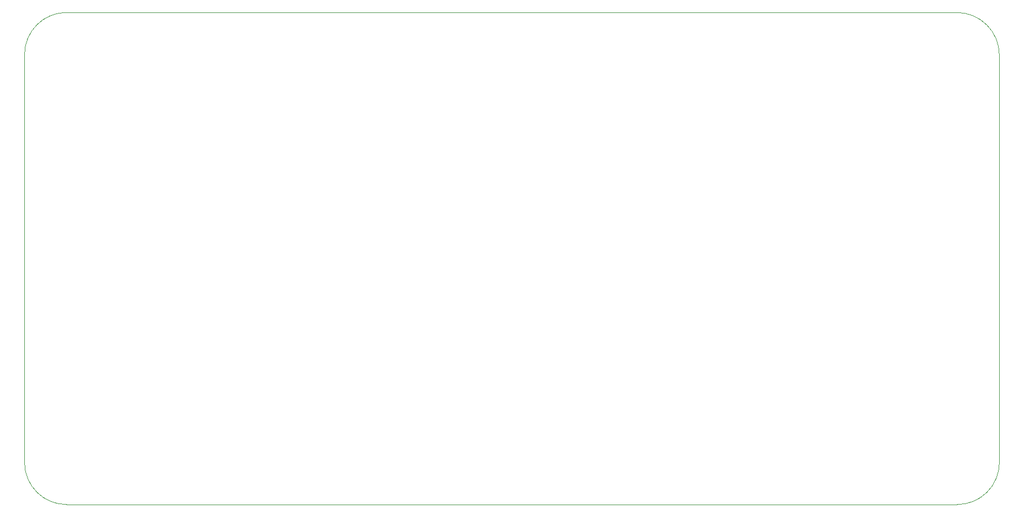
<source format=gm1>
G04 #@! TF.GenerationSoftware,KiCad,Pcbnew,7.0.8*
G04 #@! TF.CreationDate,2024-12-11T20:09:02-06:00*
G04 #@! TF.ProjectId,LEC,4c45432e-6b69-4636-9164-5f7063625858,rev?*
G04 #@! TF.SameCoordinates,Original*
G04 #@! TF.FileFunction,Profile,NP*
%FSLAX46Y46*%
G04 Gerber Fmt 4.6, Leading zero omitted, Abs format (unit mm)*
G04 Created by KiCad (PCBNEW 7.0.8) date 2024-12-11 20:09:02*
%MOMM*%
%LPD*%
G01*
G04 APERTURE LIST*
G04 #@! TA.AperFunction,Profile*
%ADD10C,0.050000*%
G04 #@! TD*
G04 APERTURE END LIST*
D10*
X212300000Y-120400000D02*
X212300000Y-56500000D01*
X66000000Y-127000000D02*
X205700000Y-127000000D01*
X66000000Y-49800000D02*
G75*
G03*
X59400000Y-56400000I0J-6600000D01*
G01*
X205600000Y-49800000D02*
X66000000Y-49800000D01*
X59400000Y-120400000D02*
G75*
G03*
X66000000Y-127000000I6600000J0D01*
G01*
X59400000Y-56400000D02*
X59400000Y-120400000D01*
X205700000Y-127000000D02*
G75*
G03*
X212300000Y-120400000I0J6600000D01*
G01*
X212300000Y-56500000D02*
G75*
G03*
X205600000Y-49800000I-6700000J0D01*
G01*
M02*

</source>
